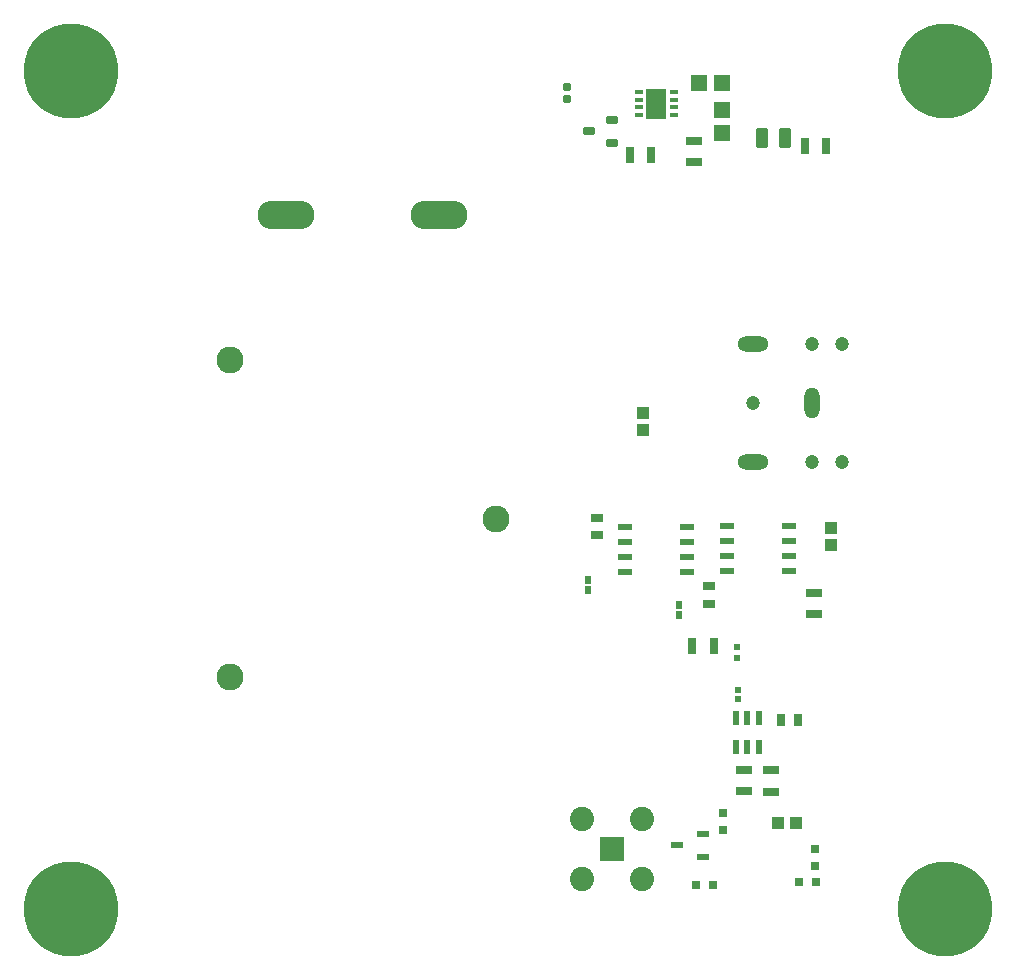
<source format=gbr>
%TF.GenerationSoftware,Altium Limited,Altium Designer,24.2.2 (26)*%
G04 Layer_Color=255*
%FSLAX45Y45*%
%MOMM*%
%TF.SameCoordinates,979FBE80-878B-4EC3-91C7-7055811A0E5A*%
%TF.FilePolarity,Positive*%
%TF.FileFunction,Pads,Top*%
%TF.Part,Single*%
G01*
G75*
%TA.AperFunction,SMDPad,CuDef*%
G04:AMPARAMS|DCode=10|XSize=0.55mm|YSize=1.25mm|CornerRadius=0.0495mm|HoleSize=0mm|Usage=FLASHONLY|Rotation=270.000|XOffset=0mm|YOffset=0mm|HoleType=Round|Shape=RoundedRectangle|*
%AMROUNDEDRECTD10*
21,1,0.55000,1.15100,0,0,270.0*
21,1,0.45100,1.25000,0,0,270.0*
1,1,0.09900,-0.57550,-0.22550*
1,1,0.09900,-0.57550,0.22550*
1,1,0.09900,0.57550,0.22550*
1,1,0.09900,0.57550,-0.22550*
%
%ADD10ROUNDEDRECTD10*%
G04:AMPARAMS|DCode=11|XSize=1.3mm|YSize=0.76mm|CornerRadius=0.095mm|HoleSize=0mm|Usage=FLASHONLY|Rotation=180.000|XOffset=0mm|YOffset=0mm|HoleType=Round|Shape=RoundedRectangle|*
%AMROUNDEDRECTD11*
21,1,1.30000,0.57000,0,0,180.0*
21,1,1.11000,0.76000,0,0,180.0*
1,1,0.19000,-0.55500,0.28500*
1,1,0.19000,0.55500,0.28500*
1,1,0.19000,0.55500,-0.28500*
1,1,0.19000,-0.55500,-0.28500*
%
%ADD11ROUNDEDRECTD11*%
%ADD12R,1.10000X1.00000*%
%ADD13R,0.80000X0.30247*%
%ADD14R,1.10000X0.60000*%
G04:AMPARAMS|DCode=15|XSize=0.76mm|YSize=0.6604mm|CornerRadius=0.08255mm|HoleSize=0mm|Usage=FLASHONLY|Rotation=90.000|XOffset=0mm|YOffset=0mm|HoleType=Round|Shape=RoundedRectangle|*
%AMROUNDEDRECTD15*
21,1,0.76000,0.49530,0,0,90.0*
21,1,0.59490,0.66040,0,0,90.0*
1,1,0.16510,0.24765,0.29745*
1,1,0.16510,0.24765,-0.29745*
1,1,0.16510,-0.24765,-0.29745*
1,1,0.16510,-0.24765,0.29745*
%
%ADD15ROUNDEDRECTD15*%
%ADD16R,0.61583X0.65964*%
%ADD17R,0.75000X1.00000*%
G04:AMPARAMS|DCode=18|XSize=0.76mm|YSize=0.6604mm|CornerRadius=0.08255mm|HoleSize=0mm|Usage=FLASHONLY|Rotation=180.000|XOffset=0mm|YOffset=0mm|HoleType=Round|Shape=RoundedRectangle|*
%AMROUNDEDRECTD18*
21,1,0.76000,0.49530,0,0,180.0*
21,1,0.59490,0.66040,0,0,180.0*
1,1,0.16510,-0.29745,0.24765*
1,1,0.16510,0.29745,0.24765*
1,1,0.16510,0.29745,-0.24765*
1,1,0.16510,-0.29745,-0.24765*
%
%ADD18ROUNDEDRECTD18*%
G04:AMPARAMS|DCode=19|XSize=0.55mm|YSize=0.5mm|CornerRadius=0.0625mm|HoleSize=0mm|Usage=FLASHONLY|Rotation=180.000|XOffset=0mm|YOffset=0mm|HoleType=Round|Shape=RoundedRectangle|*
%AMROUNDEDRECTD19*
21,1,0.55000,0.37500,0,0,180.0*
21,1,0.42500,0.50000,0,0,180.0*
1,1,0.12500,-0.21250,0.18750*
1,1,0.12500,0.21250,0.18750*
1,1,0.12500,0.21250,-0.18750*
1,1,0.12500,-0.21250,-0.18750*
%
%ADD19ROUNDEDRECTD19*%
%ADD20R,1.00000X1.10000*%
%ADD21R,0.60000X1.20000*%
%ADD22R,1.00000X0.80000*%
G04:AMPARAMS|DCode=23|XSize=1.3mm|YSize=0.76mm|CornerRadius=0.095mm|HoleSize=0mm|Usage=FLASHONLY|Rotation=90.000|XOffset=0mm|YOffset=0mm|HoleType=Round|Shape=RoundedRectangle|*
%AMROUNDEDRECTD23*
21,1,1.30000,0.57000,0,0,90.0*
21,1,1.11000,0.76000,0,0,90.0*
1,1,0.19000,0.28500,0.55500*
1,1,0.19000,0.28500,-0.55500*
1,1,0.19000,-0.28500,-0.55500*
1,1,0.19000,-0.28500,0.55500*
%
%ADD23ROUNDEDRECTD23*%
G04:AMPARAMS|DCode=24|XSize=1mm|YSize=1.7mm|CornerRadius=0.125mm|HoleSize=0mm|Usage=FLASHONLY|Rotation=180.000|XOffset=0mm|YOffset=0mm|HoleType=Round|Shape=RoundedRectangle|*
%AMROUNDEDRECTD24*
21,1,1.00000,1.45000,0,0,180.0*
21,1,0.75000,1.70000,0,0,180.0*
1,1,0.25000,-0.37500,0.72500*
1,1,0.25000,0.37500,0.72500*
1,1,0.25000,0.37500,-0.72500*
1,1,0.25000,-0.37500,-0.72500*
%
%ADD24ROUNDEDRECTD24*%
%ADD25R,1.45000X1.35000*%
%TA.AperFunction,TestPad*%
G04:AMPARAMS|DCode=26|XSize=0.6mm|YSize=1mm|CornerRadius=0.075mm|HoleSize=0mm|Usage=FLASHONLY|Rotation=90.000|XOffset=0mm|YOffset=0mm|HoleType=Round|Shape=RoundedRectangle|*
%AMROUNDEDRECTD26*
21,1,0.60000,0.85000,0,0,90.0*
21,1,0.45000,1.00000,0,0,90.0*
1,1,0.15000,0.42500,0.22500*
1,1,0.15000,0.42500,-0.22500*
1,1,0.15000,-0.42500,-0.22500*
1,1,0.15000,-0.42500,0.22500*
%
%ADD26ROUNDEDRECTD26*%
%TA.AperFunction,SMDPad,CuDef*%
%ADD27R,1.75000X2.50000*%
G04:AMPARAMS|DCode=28|XSize=0.6mm|YSize=0.7mm|CornerRadius=0.075mm|HoleSize=0mm|Usage=FLASHONLY|Rotation=270.000|XOffset=0mm|YOffset=0mm|HoleType=Round|Shape=RoundedRectangle|*
%AMROUNDEDRECTD28*
21,1,0.60000,0.55000,0,0,270.0*
21,1,0.45000,0.70000,0,0,270.0*
1,1,0.15000,-0.27500,-0.22500*
1,1,0.15000,-0.27500,0.22500*
1,1,0.15000,0.27500,0.22500*
1,1,0.15000,0.27500,-0.22500*
%
%ADD28ROUNDEDRECTD28*%
%ADD29R,0.52000X0.52000*%
%ADD30R,1.35000X1.45000*%
%TA.AperFunction,ComponentPad*%
%ADD37C,2.28600*%
%ADD38O,4.82000X2.41000*%
%ADD39C,8.00000*%
%ADD40O,1.30800X2.61600*%
%ADD41O,2.61600X1.30800*%
%ADD42C,1.20000*%
%ADD43C,2.05000*%
%ADD44R,2.05000X2.05000*%
D10*
X17072220Y5463540D02*
D03*
Y5590540D02*
D03*
Y5717540D02*
D03*
Y5844540D02*
D03*
X16547220Y5463540D02*
D03*
Y5590540D02*
D03*
Y5717540D02*
D03*
Y5844540D02*
D03*
X16211160Y5461000D02*
D03*
Y5588000D02*
D03*
Y5715000D02*
D03*
Y5842000D02*
D03*
X15686160Y5461000D02*
D03*
Y5588000D02*
D03*
Y5715000D02*
D03*
Y5842000D02*
D03*
D11*
X16695419Y3600620D02*
D03*
Y3779620D02*
D03*
X16918941Y3776980D02*
D03*
Y3597980D02*
D03*
X17284700Y5276680D02*
D03*
Y5097680D02*
D03*
X16268700Y8928000D02*
D03*
Y9107000D02*
D03*
D12*
X15841980Y6658500D02*
D03*
Y6803500D02*
D03*
X17429480Y5684520D02*
D03*
Y5829520D02*
D03*
D13*
X16100253Y9520900D02*
D03*
X15802147Y9325900D02*
D03*
Y9390900D02*
D03*
Y9455900D02*
D03*
Y9520900D02*
D03*
X16100253Y9455900D02*
D03*
Y9390900D02*
D03*
Y9325900D02*
D03*
D14*
X16348219Y3046980D02*
D03*
Y3236980D02*
D03*
X16128220Y3141980D02*
D03*
D15*
X17301360Y2829560D02*
D03*
X17161360D02*
D03*
X16287601Y2809240D02*
D03*
X16427600D02*
D03*
D16*
X16146780Y5173980D02*
D03*
Y5088730D02*
D03*
X15369540Y5389325D02*
D03*
Y5304075D02*
D03*
D17*
X17155161Y4206240D02*
D03*
X17010159D02*
D03*
D18*
X16515080Y3415180D02*
D03*
Y3275180D02*
D03*
X17297400Y3110380D02*
D03*
Y2970380D02*
D03*
D19*
X16637000Y4817660D02*
D03*
Y4727660D02*
D03*
D20*
X16986140Y3335020D02*
D03*
X17131140D02*
D03*
D21*
X16818359Y3972020D02*
D03*
X16723360D02*
D03*
X16628360D02*
D03*
Y4222020D02*
D03*
X16723360D02*
D03*
X16818359D02*
D03*
D22*
X16395700Y5186540D02*
D03*
Y5336540D02*
D03*
X15450819Y5767000D02*
D03*
Y5917000D02*
D03*
D23*
X16257440Y4828540D02*
D03*
X16436440D02*
D03*
X15725140Y8991600D02*
D03*
X15904140D02*
D03*
X17387399Y9067800D02*
D03*
X17208400D02*
D03*
D24*
X17039340Y9133840D02*
D03*
X16849339D02*
D03*
D25*
X16510001Y9368500D02*
D03*
Y9173500D02*
D03*
D26*
X15377820Y9188200D02*
D03*
X15577820Y9283200D02*
D03*
Y9093200D02*
D03*
D27*
X15951199Y9423400D02*
D03*
D28*
X15199361Y9563100D02*
D03*
Y9463100D02*
D03*
D29*
X16644620Y4459600D02*
D03*
Y4379600D02*
D03*
D30*
X16310899Y9601200D02*
D03*
X16505901D02*
D03*
D37*
X14592300Y5905500D02*
D03*
X12341860Y4566920D02*
D03*
Y7254240D02*
D03*
D38*
X14112241Y8483600D02*
D03*
X12816840D02*
D03*
D39*
X11000000Y9700000D02*
D03*
Y2600000D02*
D03*
X18400000D02*
D03*
Y9700000D02*
D03*
D40*
X17271620Y6888480D02*
D03*
D41*
X16771620Y7388480D02*
D03*
Y6388480D02*
D03*
D42*
X17521620D02*
D03*
X17271620D02*
D03*
X16771620Y6888480D02*
D03*
X17521620Y7388480D02*
D03*
X17271620D02*
D03*
D43*
X15321280Y3365500D02*
D03*
X15829280D02*
D03*
Y2857500D02*
D03*
X15321280D02*
D03*
D44*
X15575281Y3111500D02*
D03*
%TF.MD5,1ada804535546d37f18c6be47a936f3e*%
M02*

</source>
